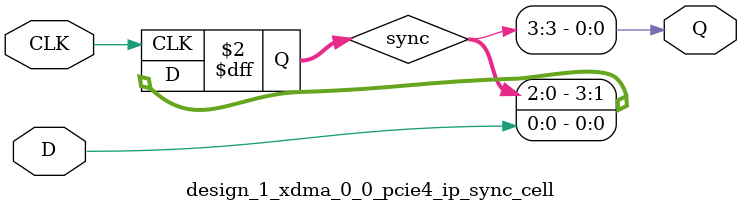
<source format=v>

`timescale 1ps / 1ps

(* DowngradeIPIdentifiedWarnings = "yes" *)
module design_1_xdma_0_0_pcie4_ip_sync_cell #
(
    parameter integer STAGE = 3
)
(
    //-------------------------------------------------------------------------- 
    //  Input Ports
    //-------------------------------------------------------------------------- 
    input                               CLK,
    input                               D,
    
    //-------------------------------------------------------------------------- 
    //  Output Ports
    //-------------------------------------------------------------------------- 
    output                              Q
);
    //-------------------------------------------------------------------------- 
    //  Synchronized Signals
    //--------------------------------------------------------------------------  
    (* ASYNC_REG = "TRUE", SHIFT_EXTRACT = "NO" *) reg [STAGE:0] sync;                                                            



//--------------------------------------------------------------------------------------------------
//  Synchronizier
//--------------------------------------------------------------------------------------------------
always @ (posedge CLK)
begin

    sync <= {sync[(STAGE-1):0], D};
            
end   



//--------------------------------------------------------------------------------------------------
//  Generate Output
//--------------------------------------------------------------------------------------------------
assign Q = sync[STAGE];



endmodule

</source>
